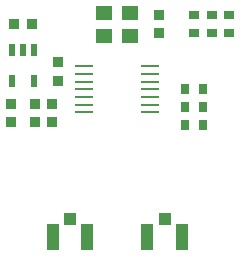
<source format=gtp>
G04*
G04 #@! TF.GenerationSoftware,Altium Limited,Altium Designer,20.1.8 (145)*
G04*
G04 Layer_Color=8421504*
%FSLAX25Y25*%
%MOIN*%
G70*
G04*
G04 #@! TF.SameCoordinates,2668643E-6D20-44AD-B7F6-8DC4FF0AFFC9*
G04*
G04*
G04 #@! TF.FilePolarity,Positive*
G04*
G01*
G75*
%ADD14R,0.03500X0.03400*%
%ADD15R,0.02362X0.04331*%
%ADD16R,0.03400X0.03500*%
%ADD17R,0.03200X0.03000*%
%ADD18R,0.05512X0.04724*%
%ADD19R,0.05906X0.00984*%
%ADD20R,0.03000X0.03200*%
%ADD21R,0.04134X0.08661*%
%ADD22R,0.03937X0.04134*%
D14*
X43307Y109349D02*
D03*
Y103249D02*
D03*
X41339Y95570D02*
D03*
Y89470D02*
D03*
X35433Y95570D02*
D03*
Y89470D02*
D03*
X27559Y95570D02*
D03*
Y89470D02*
D03*
X76772Y125097D02*
D03*
Y118997D02*
D03*
D15*
X35236Y103150D02*
D03*
X27756D02*
D03*
Y113386D02*
D03*
X31496D02*
D03*
X35236D02*
D03*
D16*
X28446Y122047D02*
D03*
X34546D02*
D03*
D17*
X100394Y125097D02*
D03*
Y118997D02*
D03*
X94488Y125097D02*
D03*
Y118997D02*
D03*
X88583D02*
D03*
Y125097D02*
D03*
D18*
X67323Y125787D02*
D03*
X58661D02*
D03*
X67323Y118307D02*
D03*
X58661D02*
D03*
D19*
X51968Y108071D02*
D03*
Y105512D02*
D03*
Y102953D02*
D03*
Y100394D02*
D03*
Y97835D02*
D03*
Y95276D02*
D03*
Y92716D02*
D03*
X74016Y92716D02*
D03*
Y95276D02*
D03*
Y97835D02*
D03*
Y100394D02*
D03*
Y102953D02*
D03*
Y105512D02*
D03*
Y108071D02*
D03*
D20*
X85533Y88583D02*
D03*
X91633D02*
D03*
X85533Y94488D02*
D03*
X91633D02*
D03*
X85533Y100394D02*
D03*
X91633D02*
D03*
D21*
X84547Y51181D02*
D03*
X72933D02*
D03*
X53051D02*
D03*
X41437D02*
D03*
D22*
X78740Y57185D02*
D03*
X47244D02*
D03*
M02*

</source>
